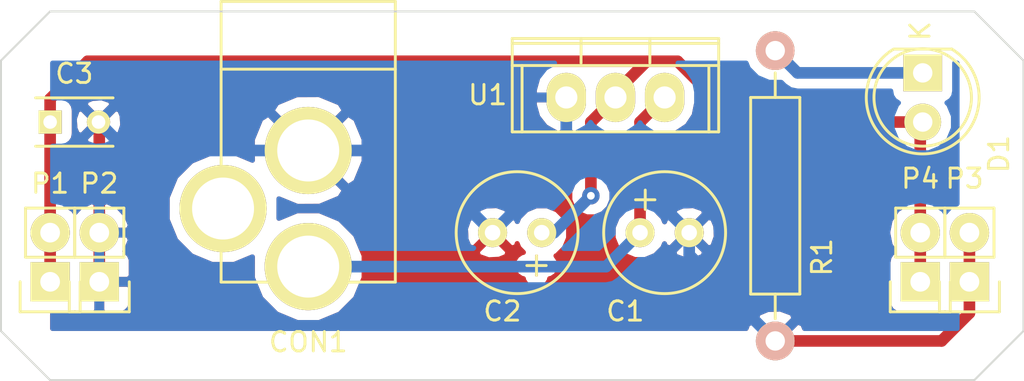
<source format=kicad_pcb>
(kicad_pcb (version 4) (host pcbnew "(2015-06-25 BZR 5821)-product")

  (general
    (links 19)
    (no_connects 0)
    (area 147.269999 74.879999 200.202001 94.030001)
    (thickness 1.6)
    (drawings 8)
    (tracks 45)
    (zones 0)
    (modules 11)
    (nets 5)
  )

  (page A4)
  (layers
    (0 F.Cu signal)
    (31 B.Cu signal)
    (32 B.Adhes user hide)
    (33 F.Adhes user hide)
    (34 B.Paste user hide)
    (35 F.Paste user hide)
    (36 B.SilkS user)
    (37 F.SilkS user)
    (38 B.Mask user)
    (39 F.Mask user)
    (40 Dwgs.User user hide)
    (41 Cmts.User user hide)
    (42 Eco1.User user hide)
    (43 Eco2.User user hide)
    (44 Edge.Cuts user)
    (45 Margin user hide)
    (46 B.CrtYd user)
    (47 F.CrtYd user)
    (48 B.Fab user)
    (49 F.Fab user)
  )

  (setup
    (last_trace_width 0.25)
    (trace_clearance 0.2)
    (zone_clearance 0.508)
    (zone_45_only no)
    (trace_min 0.2)
    (segment_width 0.2)
    (edge_width 0.1)
    (via_size 0.6)
    (via_drill 0.4)
    (via_min_size 0.4)
    (via_min_drill 0.3)
    (uvia_size 0.3)
    (uvia_drill 0.1)
    (uvias_allowed no)
    (uvia_min_size 0.2)
    (uvia_min_drill 0.1)
    (pcb_text_width 0.3)
    (pcb_text_size 1.5 1.5)
    (mod_edge_width 0.15)
    (mod_text_size 1 1)
    (mod_text_width 0.15)
    (pad_size 1.5 1.5)
    (pad_drill 0.6)
    (pad_to_mask_clearance 0)
    (aux_axis_origin 0 0)
    (visible_elements FFFFFF7F)
    (pcbplotparams
      (layerselection 0x010f0_80000001)
      (usegerberextensions false)
      (excludeedgelayer true)
      (linewidth 0.100000)
      (plotframeref false)
      (viasonmask false)
      (mode 1)
      (useauxorigin false)
      (hpglpennumber 1)
      (hpglpenspeed 20)
      (hpglpendiameter 15)
      (hpglpenoverlay 2)
      (psnegative false)
      (psa4output false)
      (plotreference true)
      (plotvalue true)
      (plotinvisibletext false)
      (padsonsilk false)
      (subtractmaskfromsilk false)
      (outputformat 1)
      (mirror false)
      (drillshape 0)
      (scaleselection 1)
      (outputdirectory fab/))
  )

  (net 0 "")
  (net 1 GND)
  (net 2 +5V)
  (net 3 +3V3)
  (net 4 "Net-(D1-Pad1)")

  (net_class Default "This is the default net class."
    (clearance 0.2)
    (trace_width 0.25)
    (via_dia 0.6)
    (via_drill 0.4)
    (uvia_dia 0.3)
    (uvia_drill 0.1)
  )

  (net_class power ""
    (clearance 0.3)
    (trace_width 0.6)
    (via_dia 0.9)
    (via_drill 0.4)
    (uvia_dia 0.3)
    (uvia_drill 0.1)
    (add_net +3V3)
    (add_net +5V)
    (add_net GND)
    (add_net "Net-(D1-Pad1)")
  )

  (module Capacitors_Elko_ThroughHole:Elko_vert_11.2x6.3mm_RM2.5 (layer F.Cu) (tedit 5454A15D) (tstamp 55FA9C9C)
    (at 180.34 86.36)
    (descr "Electrolytic Capacitor, vertical, diameter 6,3mm, RM 2,5mm, radial,")
    (tags "Electrolytic Capacitor, vertical, diameter 6,3mm, RM 2,5mm, Elko, Electrolytkondensator, Kondensator gepolt, Durchmesser 6,3mm, radial,")
    (path /55FA9D91)
    (fp_text reference C1 (at -0.762 4.064) (layer F.SilkS)
      (effects (font (size 1 1) (thickness 0.15)))
    )
    (fp_text value 10uf (at 0.254 5.842) (layer F.Fab)
      (effects (font (size 1 1) (thickness 0.15)))
    )
    (fp_line (start 0.26924 -2.19964) (end 0.26924 -1.19888) (layer F.SilkS) (width 0.15))
    (fp_line (start -0.23114 -1.69926) (end 0.76962 -1.69926) (layer F.SilkS) (width 0.15))
    (fp_line (start 0.26924 -1.69926) (end 0.76962 -1.69926) (layer F.Cu) (width 0.15))
    (fp_line (start 0.26924 -1.69926) (end 0.26924 -2.19964) (layer F.Cu) (width 0.15))
    (fp_line (start -0.23114 -1.69926) (end 0.26924 -1.69926) (layer F.Cu) (width 0.15))
    (fp_line (start 0.26924 -1.69926) (end 0.26924 -1.30048) (layer F.Cu) (width 0.15))
    (fp_line (start 0.26924 -1.30048) (end 0.26924 -1.19888) (layer F.Cu) (width 0.15))
    (fp_circle (center 1.27 0) (end 4.4196 0) (layer F.SilkS) (width 0.15))
    (pad 2 thru_hole circle (at 2.54 0) (size 1.50114 1.50114) (drill 0.8001) (layers *.Cu *.Mask F.SilkS)
      (net 1 GND))
    (pad 1 thru_hole circle (at 0 0) (size 1.50114 1.50114) (drill 0.8001) (layers *.Cu *.Mask F.SilkS)
      (net 2 +5V))
    (model Capacitors_Elko_ThroughHole.3dshapes/Elko_vert_11.2x6.3mm_RM2.5.wrl
      (at (xyz 0 0 0))
      (scale (xyz 1 1 1))
      (rotate (xyz 0 0 0))
    )
  )

  (module Capacitors_Elko_ThroughHole:Elko_vert_11.2x6.3mm_RM2.5 (layer F.Cu) (tedit 5454A15D) (tstamp 55FA9CA2)
    (at 175.26 86.36 180)
    (descr "Electrolytic Capacitor, vertical, diameter 6,3mm, RM 2,5mm, radial,")
    (tags "Electrolytic Capacitor, vertical, diameter 6,3mm, RM 2,5mm, Elko, Electrolytkondensator, Kondensator gepolt, Durchmesser 6,3mm, radial,")
    (path /55FA9D98)
    (fp_text reference C2 (at 2.032 -4.064 180) (layer F.SilkS)
      (effects (font (size 1 1) (thickness 0.15)))
    )
    (fp_text value 10uf (at 1.016 -5.842 180) (layer F.Fab)
      (effects (font (size 1 1) (thickness 0.15)))
    )
    (fp_line (start 0.26924 -2.19964) (end 0.26924 -1.19888) (layer F.SilkS) (width 0.15))
    (fp_line (start -0.23114 -1.69926) (end 0.76962 -1.69926) (layer F.SilkS) (width 0.15))
    (fp_line (start 0.26924 -1.69926) (end 0.76962 -1.69926) (layer F.Cu) (width 0.15))
    (fp_line (start 0.26924 -1.69926) (end 0.26924 -2.19964) (layer F.Cu) (width 0.15))
    (fp_line (start -0.23114 -1.69926) (end 0.26924 -1.69926) (layer F.Cu) (width 0.15))
    (fp_line (start 0.26924 -1.69926) (end 0.26924 -1.30048) (layer F.Cu) (width 0.15))
    (fp_line (start 0.26924 -1.30048) (end 0.26924 -1.19888) (layer F.Cu) (width 0.15))
    (fp_circle (center 1.27 0) (end 4.4196 0) (layer F.SilkS) (width 0.15))
    (pad 2 thru_hole circle (at 2.54 0 180) (size 1.50114 1.50114) (drill 0.8001) (layers *.Cu *.Mask F.SilkS)
      (net 1 GND))
    (pad 1 thru_hole circle (at 0 0 180) (size 1.50114 1.50114) (drill 0.8001) (layers *.Cu *.Mask F.SilkS)
      (net 3 +3V3))
    (model Capacitors_Elko_ThroughHole.3dshapes/Elko_vert_11.2x6.3mm_RM2.5.wrl
      (at (xyz 0 0 0))
      (scale (xyz 1 1 1))
      (rotate (xyz 0 0 0))
    )
  )

  (module Capacitors_ThroughHole:C_Rect_L4_W2.5_P2.5 (layer F.Cu) (tedit 0) (tstamp 55FA9CA8)
    (at 149.86 80.645)
    (descr "Film Capacitor Length 4mm x Width 2.5mm, Pitch 2.5mm")
    (tags Capacitor)
    (path /55FA9DAB)
    (fp_text reference C3 (at 1.25 -2.5) (layer F.SilkS)
      (effects (font (size 1 1) (thickness 0.15)))
    )
    (fp_text value 0.1uf (at 5.842 -0.635) (layer F.Fab)
      (effects (font (size 1 1) (thickness 0.15)))
    )
    (fp_line (start -1 -1.5) (end 3.5 -1.5) (layer F.CrtYd) (width 0.05))
    (fp_line (start 3.5 -1.5) (end 3.5 1.5) (layer F.CrtYd) (width 0.05))
    (fp_line (start 3.5 1.5) (end -1 1.5) (layer F.CrtYd) (width 0.05))
    (fp_line (start -1 1.5) (end -1 -1.5) (layer F.CrtYd) (width 0.05))
    (fp_line (start -0.75 -1.25) (end 3.25 -1.25) (layer F.SilkS) (width 0.15))
    (fp_line (start -0.75 1.25) (end 3.25 1.25) (layer F.SilkS) (width 0.15))
    (pad 1 thru_hole rect (at 0 0) (size 1.2 1.2) (drill 0.7) (layers *.Cu *.Mask F.SilkS)
      (net 3 +3V3))
    (pad 2 thru_hole circle (at 2.5 0) (size 1.2 1.2) (drill 0.7) (layers *.Cu *.Mask F.SilkS)
      (net 1 GND))
  )

  (module LEDs:LED-5MM (layer F.Cu) (tedit 5570F7EA) (tstamp 55FA9CB5)
    (at 194.945 78.105 270)
    (descr "LED 5mm round vertical")
    (tags "LED 5mm round vertical")
    (path /55FAAAAE)
    (fp_text reference D1 (at 4.191 -3.937 450) (layer F.SilkS)
      (effects (font (size 1 1) (thickness 0.15)))
    )
    (fp_text value LED (at 1.524 -3.937 270) (layer F.Fab)
      (effects (font (size 1 1) (thickness 0.15)))
    )
    (fp_line (start -1.5 -1.55) (end -1.5 1.55) (layer F.CrtYd) (width 0.05))
    (fp_arc (start 1.3 0) (end -1.5 1.55) (angle -302) (layer F.CrtYd) (width 0.05))
    (fp_arc (start 1.27 0) (end -1.23 -1.5) (angle 297.5) (layer F.SilkS) (width 0.15))
    (fp_line (start -1.23 1.5) (end -1.23 -1.5) (layer F.SilkS) (width 0.15))
    (fp_circle (center 1.27 0) (end 0.97 -2.5) (layer F.SilkS) (width 0.15))
    (fp_text user K (at -2.159 0.127 270) (layer F.SilkS)
      (effects (font (size 1 1) (thickness 0.15)))
    )
    (pad 1 thru_hole rect (at 0 0) (size 2 1.9) (drill 1.00076) (layers *.Cu *.Mask F.SilkS)
      (net 4 "Net-(D1-Pad1)"))
    (pad 2 thru_hole circle (at 2.54 0 270) (size 1.9 1.9) (drill 1.00076) (layers *.Cu *.Mask F.SilkS)
      (net 3 +3V3))
    (model LEDs.3dshapes/LED-5MM.wrl
      (at (xyz 0.05 0 0))
      (scale (xyz 1 1 1))
      (rotate (xyz 0 0 90))
    )
  )

  (module Pin_Headers:Pin_Header_Straight_1x02 (layer F.Cu) (tedit 55FEB7C2) (tstamp 55FA9CBB)
    (at 149.86 88.9 180)
    (descr "Through hole pin header")
    (tags "pin header")
    (path /55FAA8C5)
    (fp_text reference P1 (at 0 5.08 360) (layer F.SilkS)
      (effects (font (size 1 1) (thickness 0.15)))
    )
    (fp_text value + (at -0.254 -2.794 180) (layer F.Fab)
      (effects (font (size 1 1) (thickness 0.15)))
    )
    (fp_line (start 1.27 1.27) (end 1.27 3.81) (layer F.SilkS) (width 0.15))
    (fp_line (start 1.55 -1.55) (end 1.55 0) (layer F.SilkS) (width 0.15))
    (fp_line (start -1.75 -1.75) (end -1.75 4.3) (layer F.CrtYd) (width 0.05))
    (fp_line (start 1.75 -1.75) (end 1.75 4.3) (layer F.CrtYd) (width 0.05))
    (fp_line (start -1.75 -1.75) (end 1.75 -1.75) (layer F.CrtYd) (width 0.05))
    (fp_line (start -1.75 4.3) (end 1.75 4.3) (layer F.CrtYd) (width 0.05))
    (fp_line (start 1.27 1.27) (end -1.27 1.27) (layer F.SilkS) (width 0.15))
    (fp_line (start -1.55 0) (end -1.55 -1.55) (layer F.SilkS) (width 0.15))
    (fp_line (start -1.55 -1.55) (end 1.55 -1.55) (layer F.SilkS) (width 0.15))
    (fp_line (start -1.27 1.27) (end -1.27 3.81) (layer F.SilkS) (width 0.15))
    (fp_line (start -1.27 3.81) (end 1.27 3.81) (layer F.SilkS) (width 0.15))
    (pad 1 thru_hole rect (at 0 0 180) (size 2.032 2.032) (drill 1.016) (layers *.Cu *.Mask F.SilkS)
      (net 3 +3V3))
    (pad 2 thru_hole oval (at 0 2.54 180) (size 2.032 2.032) (drill 1.016) (layers *.Cu *.Mask F.SilkS)
      (net 3 +3V3))
    (model Pin_Headers.3dshapes/Pin_Header_Straight_1x02.wrl
      (at (xyz 0 -0.05 0))
      (scale (xyz 1 1 1))
      (rotate (xyz 0 0 90))
    )
  )

  (module Pin_Headers:Pin_Header_Straight_1x02 (layer F.Cu) (tedit 55FEB7BE) (tstamp 55FA9CC1)
    (at 152.4 88.9 180)
    (descr "Through hole pin header")
    (tags "pin header")
    (path /55FAAA47)
    (fp_text reference P2 (at 0 5.08 360) (layer F.SilkS)
      (effects (font (size 1 1) (thickness 0.15)))
    )
    (fp_text value - (at 0 -2.794 180) (layer F.Fab)
      (effects (font (size 1 1) (thickness 0.15)))
    )
    (fp_line (start 1.27 1.27) (end 1.27 3.81) (layer F.SilkS) (width 0.15))
    (fp_line (start 1.55 -1.55) (end 1.55 0) (layer F.SilkS) (width 0.15))
    (fp_line (start -1.75 -1.75) (end -1.75 4.3) (layer F.CrtYd) (width 0.05))
    (fp_line (start 1.75 -1.75) (end 1.75 4.3) (layer F.CrtYd) (width 0.05))
    (fp_line (start -1.75 -1.75) (end 1.75 -1.75) (layer F.CrtYd) (width 0.05))
    (fp_line (start -1.75 4.3) (end 1.75 4.3) (layer F.CrtYd) (width 0.05))
    (fp_line (start 1.27 1.27) (end -1.27 1.27) (layer F.SilkS) (width 0.15))
    (fp_line (start -1.55 0) (end -1.55 -1.55) (layer F.SilkS) (width 0.15))
    (fp_line (start -1.55 -1.55) (end 1.55 -1.55) (layer F.SilkS) (width 0.15))
    (fp_line (start -1.27 1.27) (end -1.27 3.81) (layer F.SilkS) (width 0.15))
    (fp_line (start -1.27 3.81) (end 1.27 3.81) (layer F.SilkS) (width 0.15))
    (pad 1 thru_hole rect (at 0 0 180) (size 2.032 2.032) (drill 1.016) (layers *.Cu *.Mask F.SilkS)
      (net 1 GND))
    (pad 2 thru_hole oval (at 0 2.54 180) (size 2.032 2.032) (drill 1.016) (layers *.Cu *.Mask F.SilkS)
      (net 1 GND))
    (model Pin_Headers.3dshapes/Pin_Header_Straight_1x02.wrl
      (at (xyz 0 -0.05 0))
      (scale (xyz 1 1 1))
      (rotate (xyz 0 0 90))
    )
  )

  (module Pin_Headers:Pin_Header_Straight_1x02 (layer F.Cu) (tedit 54EA090C) (tstamp 55FA9CC7)
    (at 197.358 88.9 180)
    (descr "Through hole pin header")
    (tags "pin header")
    (path /55FAA9C6)
    (fp_text reference P3 (at 0.254 5.334 180) (layer F.SilkS)
      (effects (font (size 1 1) (thickness 0.15)))
    )
    (fp_text value - (at 0 -3.1 180) (layer F.Fab)
      (effects (font (size 1 1) (thickness 0.15)))
    )
    (fp_line (start 1.27 1.27) (end 1.27 3.81) (layer F.SilkS) (width 0.15))
    (fp_line (start 1.55 -1.55) (end 1.55 0) (layer F.SilkS) (width 0.15))
    (fp_line (start -1.75 -1.75) (end -1.75 4.3) (layer F.CrtYd) (width 0.05))
    (fp_line (start 1.75 -1.75) (end 1.75 4.3) (layer F.CrtYd) (width 0.05))
    (fp_line (start -1.75 -1.75) (end 1.75 -1.75) (layer F.CrtYd) (width 0.05))
    (fp_line (start -1.75 4.3) (end 1.75 4.3) (layer F.CrtYd) (width 0.05))
    (fp_line (start 1.27 1.27) (end -1.27 1.27) (layer F.SilkS) (width 0.15))
    (fp_line (start -1.55 0) (end -1.55 -1.55) (layer F.SilkS) (width 0.15))
    (fp_line (start -1.55 -1.55) (end 1.55 -1.55) (layer F.SilkS) (width 0.15))
    (fp_line (start -1.27 1.27) (end -1.27 3.81) (layer F.SilkS) (width 0.15))
    (fp_line (start -1.27 3.81) (end 1.27 3.81) (layer F.SilkS) (width 0.15))
    (pad 1 thru_hole rect (at 0 0 180) (size 2.032 2.032) (drill 1.016) (layers *.Cu *.Mask F.SilkS)
      (net 1 GND))
    (pad 2 thru_hole oval (at 0 2.54 180) (size 2.032 2.032) (drill 1.016) (layers *.Cu *.Mask F.SilkS)
      (net 1 GND))
    (model Pin_Headers.3dshapes/Pin_Header_Straight_1x02.wrl
      (at (xyz 0 -0.05 0))
      (scale (xyz 1 1 1))
      (rotate (xyz 0 0 90))
    )
  )

  (module Pin_Headers:Pin_Header_Straight_1x02 (layer F.Cu) (tedit 54EA090C) (tstamp 55FA9CCD)
    (at 194.818 88.9 180)
    (descr "Through hole pin header")
    (tags "pin header")
    (path /55FAA618)
    (fp_text reference P4 (at 0 5.334 180) (layer F.SilkS)
      (effects (font (size 1 1) (thickness 0.15)))
    )
    (fp_text value + (at 0 -3.1 180) (layer F.Fab)
      (effects (font (size 1 1) (thickness 0.15)))
    )
    (fp_line (start 1.27 1.27) (end 1.27 3.81) (layer F.SilkS) (width 0.15))
    (fp_line (start 1.55 -1.55) (end 1.55 0) (layer F.SilkS) (width 0.15))
    (fp_line (start -1.75 -1.75) (end -1.75 4.3) (layer F.CrtYd) (width 0.05))
    (fp_line (start 1.75 -1.75) (end 1.75 4.3) (layer F.CrtYd) (width 0.05))
    (fp_line (start -1.75 -1.75) (end 1.75 -1.75) (layer F.CrtYd) (width 0.05))
    (fp_line (start -1.75 4.3) (end 1.75 4.3) (layer F.CrtYd) (width 0.05))
    (fp_line (start 1.27 1.27) (end -1.27 1.27) (layer F.SilkS) (width 0.15))
    (fp_line (start -1.55 0) (end -1.55 -1.55) (layer F.SilkS) (width 0.15))
    (fp_line (start -1.55 -1.55) (end 1.55 -1.55) (layer F.SilkS) (width 0.15))
    (fp_line (start -1.27 1.27) (end -1.27 3.81) (layer F.SilkS) (width 0.15))
    (fp_line (start -1.27 3.81) (end 1.27 3.81) (layer F.SilkS) (width 0.15))
    (pad 1 thru_hole rect (at 0 0 180) (size 2.032 2.032) (drill 1.016) (layers *.Cu *.Mask F.SilkS)
      (net 3 +3V3))
    (pad 2 thru_hole oval (at 0 2.54 180) (size 2.032 2.032) (drill 1.016) (layers *.Cu *.Mask F.SilkS)
      (net 3 +3V3))
    (model Pin_Headers.3dshapes/Pin_Header_Straight_1x02.wrl
      (at (xyz 0 -0.05 0))
      (scale (xyz 1 1 1))
      (rotate (xyz 0 0 90))
    )
  )

  (module Resistors_ThroughHole:Resistor_Horizontal_RM15mm (layer F.Cu) (tedit 53F56292) (tstamp 55FA9CD3)
    (at 187.325 84.455 270)
    (descr "Resistor, Axial, RM 15mm,")
    (tags "Resistor, Axial, RM 15mm,")
    (path /55FAABD6)
    (fp_text reference R1 (at 3.175 -2.413 270) (layer F.SilkS)
      (effects (font (size 1 1) (thickness 0.15)))
    )
    (fp_text value 200R (at -0.127 -2.413 270) (layer F.Fab)
      (effects (font (size 1 1) (thickness 0.15)))
    )
    (fp_line (start -5.08 -1.27) (end -5.08 1.27) (layer F.SilkS) (width 0.15))
    (fp_line (start -5.08 1.27) (end 5.08 1.27) (layer F.SilkS) (width 0.15))
    (fp_line (start 5.08 1.27) (end 5.08 -1.27) (layer F.SilkS) (width 0.15))
    (fp_line (start 5.08 -1.27) (end -5.08 -1.27) (layer F.SilkS) (width 0.15))
    (fp_line (start 6.35 0) (end 5.08 0) (layer F.SilkS) (width 0.15))
    (fp_line (start -6.35 0) (end -5.08 0) (layer F.SilkS) (width 0.15))
    (pad 1 thru_hole circle (at -7.5 0 270) (size 1.99898 1.99898) (drill 1.00076) (layers *.Cu *.SilkS *.Mask)
      (net 4 "Net-(D1-Pad1)"))
    (pad 2 thru_hole circle (at 7.5 0 270) (size 1.99898 1.99898) (drill 1.00076) (layers *.Cu *.SilkS *.Mask)
      (net 1 GND))
    (model Resistors_ThroughHole.3dshapes/Resistor_Horizontal_RM15mm.wrl
      (at (xyz 0 0 0))
      (scale (xyz 0.4 0.4 0.4))
      (rotate (xyz 0 0 0))
    )
  )

  (module Power_Integrations:TO-220 (layer F.Cu) (tedit 0) (tstamp 55FA9CDA)
    (at 179.07 79.375)
    (descr "Non Isolated JEDEC TO-220 Package")
    (tags "Power Integration YN Package")
    (path /55FA9D64)
    (fp_text reference U1 (at -6.604 -0.127) (layer F.SilkS)
      (effects (font (size 1 1) (thickness 0.15)))
    )
    (fp_text value AP1117D33 (at 0 2.921) (layer F.Fab)
      (effects (font (size 1 1) (thickness 0.15)))
    )
    (fp_line (start 4.826 -1.651) (end 4.826 1.778) (layer F.SilkS) (width 0.15))
    (fp_line (start -4.826 -1.651) (end -4.826 1.778) (layer F.SilkS) (width 0.15))
    (fp_line (start 5.334 -2.794) (end -5.334 -2.794) (layer F.SilkS) (width 0.15))
    (fp_line (start 1.778 -1.778) (end 1.778 -3.048) (layer F.SilkS) (width 0.15))
    (fp_line (start -1.778 -1.778) (end -1.778 -3.048) (layer F.SilkS) (width 0.15))
    (fp_line (start -5.334 -1.651) (end 5.334 -1.651) (layer F.SilkS) (width 0.15))
    (fp_line (start 5.334 1.778) (end -5.334 1.778) (layer F.SilkS) (width 0.15))
    (fp_line (start -5.334 -3.048) (end -5.334 1.778) (layer F.SilkS) (width 0.15))
    (fp_line (start 5.334 -3.048) (end 5.334 1.778) (layer F.SilkS) (width 0.15))
    (fp_line (start 5.334 -3.048) (end -5.334 -3.048) (layer F.SilkS) (width 0.15))
    (pad 2 thru_hole oval (at 0 0) (size 2.032 2.54) (drill 1.143) (layers *.Cu *.Mask F.SilkS)
      (net 3 +3V3))
    (pad 3 thru_hole oval (at 2.54 0) (size 2.032 2.54) (drill 1.143) (layers *.Cu *.Mask F.SilkS)
      (net 2 +5V))
    (pad 1 thru_hole oval (at -2.54 0) (size 2.032 2.54) (drill 1.143) (layers *.Cu *.Mask F.SilkS)
      (net 1 GND))
  )

  (module matt:BARREL_JACK (layer F.Cu) (tedit 55FAA574) (tstamp 55FAA5E8)
    (at 163.195 81.915 270)
    (descr "DC Barrel Jack")
    (tags "Power Jack")
    (path /55FAA4F6)
    (fp_text reference CON1 (at 10.09904 0 360) (layer F.SilkS)
      (effects (font (size 1 1) (thickness 0.15)))
    )
    (fp_text value BARREL_JACK (at 0.635 -5.715 270) (layer F.Fab)
      (effects (font (size 1 1) (thickness 0.15)))
    )
    (fp_line (start -4.0005 -4.50088) (end -4.0005 4.50088) (layer F.SilkS) (width 0.15))
    (fp_line (start -7.50062 -4.50088) (end -7.50062 4.50088) (layer F.SilkS) (width 0.15))
    (fp_line (start -7.50062 4.50088) (end 7.00024 4.50088) (layer F.SilkS) (width 0.15))
    (fp_line (start 7.00024 4.50088) (end 7.00024 -4.50088) (layer F.SilkS) (width 0.15))
    (fp_line (start 7.00024 -4.50088) (end -7.50062 -4.50088) (layer F.SilkS) (width 0.15))
    (pad 3 thru_hole circle (at 3.2 4.4 270) (size 4.5 4.5) (drill 3.2) (layers *.Cu *.Mask F.SilkS))
    (pad 2 thru_hole circle (at 0.2 0 270) (size 4.5 4.5) (drill 3.2) (layers *.Cu *.Mask F.SilkS)
      (net 1 GND))
    (pad 1 thru_hole circle (at 6.2 0 270) (size 4.5 4.5) (drill 3.2) (layers *.Cu *.Mask F.SilkS)
      (net 2 +5V))
  )

  (gr_line (start 149.86 93.98) (end 147.32 91.44) (layer Edge.Cuts) (width 0.1))
  (gr_line (start 197.612 93.98) (end 149.86 93.98) (layer Edge.Cuts) (width 0.1))
  (gr_line (start 200.152 91.44) (end 197.612 93.98) (layer Edge.Cuts) (width 0.1))
  (gr_line (start 200.152 77.47) (end 200.152 91.44) (layer Edge.Cuts) (width 0.1))
  (gr_line (start 197.612 74.93) (end 200.152 77.47) (layer Edge.Cuts) (width 0.1))
  (gr_line (start 149.86 74.93) (end 197.612 74.93) (layer Edge.Cuts) (width 0.1))
  (gr_line (start 147.32 77.47) (end 149.86 74.93) (layer Edge.Cuts) (width 0.1))
  (gr_line (start 147.32 91.44) (end 147.32 77.47) (layer Edge.Cuts) (width 0.1))

  (segment (start 147.32 91.44) (end 147.32 90.17) (width 0.25) (layer Edge.Cuts) (net 0))
  (segment (start 152.4 86.36) (end 152.4 80.685) (width 0.6) (layer F.Cu) (net 1))
  (segment (start 152.4 80.685) (end 152.36 80.645) (width 0.6) (layer F.Cu) (net 1))
  (segment (start 152.4 86.36) (end 152.4 88.9) (width 0.6) (layer F.Cu) (net 1))
  (segment (start 197.358 88.9) (end 197.358 90.516) (width 0.6) (layer F.Cu) (net 1))
  (segment (start 197.358 90.516) (end 195.919 91.955) (width 0.6) (layer F.Cu) (net 1))
  (segment (start 195.919 91.955) (end 187.325 91.955) (width 0.6) (layer F.Cu) (net 1))
  (segment (start 197.358 86.36) (end 197.358 88.9) (width 0.6) (layer F.Cu) (net 1))
  (segment (start 182.88 86.36) (end 179.07 82.55) (width 0.6) (layer B.Cu) (net 1))
  (segment (start 179.07 82.55) (end 176.53 82.55) (width 0.6) (layer B.Cu) (net 1))
  (segment (start 176.53 79.375) (end 176.53 82.55) (width 0.6) (layer B.Cu) (net 1))
  (segment (start 176.53 82.55) (end 172.72 86.36) (width 0.6) (layer B.Cu) (net 1))
  (segment (start 163.195 82.11566) (end 168.47566 82.11566) (width 0.6) (layer B.Cu) (net 1))
  (segment (start 168.47566 82.11566) (end 172.72 86.36) (width 0.6) (layer B.Cu) (net 1))
  (segment (start 163.195 82.11566) (end 153.83066 82.11566) (width 0.6) (layer B.Cu) (net 1))
  (segment (start 153.83066 82.11566) (end 152.36 80.645) (width 0.6) (layer B.Cu) (net 1))
  (segment (start 187.325 91.955) (end 182.88 87.51) (width 0.6) (layer B.Cu) (net 1))
  (segment (start 182.88 87.51) (end 182.88 86.36) (width 0.6) (layer B.Cu) (net 1))
  (segment (start 152.4 80.685) (end 152.36 80.645) (width 0.6) (layer B.Cu) (net 1))
  (segment (start 180.34 86.36) (end 180.34 80.645) (width 0.6) (layer F.Cu) (net 2))
  (segment (start 180.34 80.645) (end 181.61 79.375) (width 0.6) (layer F.Cu) (net 2))
  (segment (start 180.34 86.36) (end 178.58486 88.11514) (width 0.6) (layer B.Cu) (net 2))
  (segment (start 178.58486 88.11514) (end 163.195 88.11514) (width 0.6) (layer B.Cu) (net 2))
  (segment (start 149.86 80.645) (end 149.86 79.445) (width 0.6) (layer F.Cu) (net 3))
  (segment (start 149.86 79.445) (end 151.80001 77.50499) (width 0.6) (layer F.Cu) (net 3))
  (segment (start 151.80001 77.50499) (end 180.68601 77.50499) (width 0.6) (layer F.Cu) (net 3))
  (segment (start 194.945 80.645) (end 185.419383 80.645) (width 0.6) (layer F.Cu) (net 3))
  (segment (start 185.419383 80.645) (end 182.279373 77.50499) (width 0.6) (layer F.Cu) (net 3))
  (segment (start 182.279373 77.50499) (end 180.68601 77.50499) (width 0.6) (layer F.Cu) (net 3))
  (segment (start 180.68601 77.50499) (end 179.07 79.121) (width 0.6) (layer F.Cu) (net 3))
  (segment (start 179.07 79.121) (end 179.07 79.375) (width 0.6) (layer F.Cu) (net 3))
  (segment (start 149.86 86.36) (end 149.86 80.645) (width 0.6) (layer F.Cu) (net 3))
  (segment (start 149.86 86.36) (end 149.86 88.9) (width 0.6) (layer F.Cu) (net 3))
  (segment (start 194.818 86.36) (end 194.818 80.772) (width 0.6) (layer F.Cu) (net 3))
  (segment (start 194.818 80.772) (end 194.945 80.645) (width 0.6) (layer F.Cu) (net 3))
  (segment (start 194.818 88.9) (end 194.818 86.36) (width 0.6) (layer F.Cu) (net 3))
  (segment (start 194.945 86.2965) (end 194.8815 86.36) (width 0.6) (layer B.Cu) (net 3))
  (segment (start 179.07 79.629) (end 179.07 79.375) (width 0.6) (layer B.Cu) (net 3))
  (segment (start 177.8 84.455) (end 177.8 80.645) (width 0.6) (layer F.Cu) (net 3))
  (segment (start 177.8 80.645) (end 179.07 79.375) (width 0.6) (layer F.Cu) (net 3))
  (segment (start 175.26 86.36) (end 175.895 86.36) (width 0.6) (layer B.Cu) (net 3))
  (segment (start 175.895 86.36) (end 177.8 84.455) (width 0.6) (layer B.Cu) (net 3))
  (via (at 177.8 84.455) (size 0.9) (drill 0.4) (layers F.Cu B.Cu) (net 3))
  (segment (start 194.945 78.105) (end 188.475 78.105) (width 0.6) (layer B.Cu) (net 4))
  (segment (start 188.475 78.105) (end 187.325 76.955) (width 0.6) (layer B.Cu) (net 4))

  (zone (net 1) (net_name GND) (layer F.Cu) (tstamp 0) (hatch edge 0.508)
    (connect_pads (clearance 0.508))
    (min_thickness 0.254)
    (fill yes (arc_segments 16) (thermal_gap 0.508) (thermal_bridge_width 0.508))
    (polygon
      (pts
        (xy 149.86 77.47) (xy 196.85 77.47) (xy 196.85 91.44) (xy 149.86 91.44)
      )
    )
    (filled_polygon
      (pts
        (xy 174.879 78.994) (xy 174.879 79.248) (xy 176.403 79.248) (xy 176.403 79.228) (xy 176.657 79.228)
        (xy 176.657 79.248) (xy 176.677 79.248) (xy 176.677 79.502) (xy 176.657 79.502) (xy 176.657 81.115836)
        (xy 176.865 81.212658) (xy 176.865 83.877448) (xy 176.715189 84.238233) (xy 176.714812 84.669873) (xy 176.879646 85.0688)
        (xy 177.184595 85.374282) (xy 177.583233 85.539811) (xy 178.014873 85.540188) (xy 178.4138 85.375354) (xy 178.719282 85.070405)
        (xy 178.884811 84.671767) (xy 178.885188 84.240127) (xy 178.735 83.876646) (xy 178.735 81.250685) (xy 179.07 81.317321)
        (xy 179.405 81.250685) (xy 179.405 84.629872) (xy 179.39886 84.66074) (xy 179.405 84.691608) (xy 179.405 85.335586)
        (xy 179.166056 85.574113) (xy 178.954671 86.083184) (xy 178.95419 86.634398) (xy 179.164686 87.143837) (xy 179.554113 87.533944)
        (xy 180.063184 87.745329) (xy 180.614398 87.74581) (xy 181.123837 87.535314) (xy 181.327576 87.33193) (xy 182.087675 87.33193)
        (xy 182.155735 87.572931) (xy 182.675034 87.757767) (xy 183.225538 87.729805) (xy 183.604265 87.572931) (xy 183.672325 87.33193)
        (xy 182.88 86.539605) (xy 182.087675 87.33193) (xy 181.327576 87.33193) (xy 181.513944 87.145887) (xy 181.603379 86.930504)
        (xy 181.667069 87.084265) (xy 181.90807 87.152325) (xy 182.700395 86.36) (xy 183.059605 86.36) (xy 183.85193 87.152325)
        (xy 184.092931 87.084265) (xy 184.277767 86.564966) (xy 184.249805 86.014462) (xy 184.092931 85.635735) (xy 183.85193 85.567675)
        (xy 183.059605 86.36) (xy 182.700395 86.36) (xy 182.700395 86.36) (xy 181.90807 85.567675) (xy 181.667069 85.635735)
        (xy 181.608231 85.80104) (xy 181.515314 85.576163) (xy 181.282978 85.343421) (xy 181.284462 85.335962) (xy 181.381325 85.316694)
        (xy 181.611666 85.162786) (xy 181.726986 84.990195) (xy 182.534462 84.990195) (xy 182.155735 85.147069) (xy 182.087675 85.38807)
        (xy 182.88 86.180395) (xy 183.672325 85.38807) (xy 183.604265 85.147069) (xy 183.084966 84.962233) (xy 182.534462 84.990195)
        (xy 181.726986 84.990195) (xy 181.765574 84.932445) (xy 181.81962 84.66074) (xy 181.765574 84.389035) (xy 181.611666 84.158694)
        (xy 181.381325 84.004786) (xy 181.284462 83.985518) (xy 181.275 83.937953) (xy 181.275 81.250685) (xy 181.61 81.317321)
        (xy 182.24181 81.191646) (xy 182.777433 80.833754) (xy 183.135325 80.298131) (xy 183.237343 79.78525) (xy 184.758238 81.306145)
        (xy 185.061574 81.508827) (xy 185.419383 81.58) (xy 193.638795 81.58) (xy 193.883 81.824632) (xy 193.883 85.015648)
        (xy 193.618222 85.192567) (xy 193.26033 85.72819) (xy 193.134655 86.36) (xy 193.26033 86.99181) (xy 193.487169 87.331299)
        (xy 193.347073 87.423327) (xy 193.204623 87.63436) (xy 193.15456 87.884) (xy 193.15456 89.916) (xy 193.201537 90.158123)
        (xy 193.341327 90.370927) (xy 193.55236 90.513377) (xy 193.802 90.56344) (xy 195.834 90.56344) (xy 196.076123 90.516463)
        (xy 196.097852 90.502189) (xy 196.215691 90.551) (xy 196.723 90.551) (xy 196.723 91.313) (xy 188.840045 91.313)
        (xy 188.743965 91.081042) (xy 188.477163 90.982443) (xy 188.146606 91.313) (xy 187.787395 91.313) (xy 188.297557 90.802837)
        (xy 188.198958 90.536035) (xy 187.589418 90.309599) (xy 186.939623 90.333659) (xy 186.451042 90.536035) (xy 186.352443 90.802837)
        (xy 186.862605 91.313) (xy 186.503394 91.313) (xy 186.172837 90.982443) (xy 185.906035 91.081042) (xy 185.819866 91.313)
        (xy 149.987 91.313) (xy 149.987 90.56344) (xy 150.876 90.56344) (xy 151.118123 90.516463) (xy 151.139852 90.502189)
        (xy 151.257691 90.551) (xy 152.11425 90.551) (xy 152.273 90.39225) (xy 152.273 89.027) (xy 152.527 89.027)
        (xy 152.527 90.39225) (xy 152.68575 90.551) (xy 153.542309 90.551) (xy 153.775698 90.454327) (xy 153.954327 90.275699)
        (xy 154.051 90.04231) (xy 154.051 89.18575) (xy 153.89225 89.027) (xy 152.527 89.027) (xy 152.273 89.027)
        (xy 152.273 89.027) (xy 152.253 89.027) (xy 152.253 88.773) (xy 152.273 88.773) (xy 152.273 86.487)
        (xy 152.527 86.487) (xy 152.527 88.773) (xy 153.89225 88.773) (xy 154.051 88.61425) (xy 154.051 87.75769)
        (xy 153.954327 87.524301) (xy 153.775698 87.345673) (xy 153.716904 87.32132) (xy 153.806385 87.224818) (xy 154.005975 86.742944)
        (xy 153.886836 86.487) (xy 152.527 86.487) (xy 152.273 86.487) (xy 152.273 86.487) (xy 152.253 86.487)
        (xy 152.253 86.233) (xy 152.273 86.233) (xy 152.273 84.872633) (xy 152.527 84.872633) (xy 152.527 86.233)
        (xy 153.886836 86.233) (xy 154.005975 85.977056) (xy 153.806385 85.495182) (xy 153.368379 85.022812) (xy 152.782946 84.754017)
        (xy 152.527 84.872633) (xy 152.273 84.872633) (xy 152.273 84.872633) (xy 152.017054 84.754017) (xy 151.431621 85.022812)
        (xy 151.149586 85.326974) (xy 151.059778 85.192567) (xy 150.795 85.015648) (xy 150.795 82.229501) (xy 158.223656 82.229501)
        (xy 157.162914 82.66779) (xy 156.350643 83.478645) (xy 155.910502 84.53862) (xy 155.909501 85.686344) (xy 156.34779 86.747086)
        (xy 157.158645 87.559357) (xy 158.21862 87.999498) (xy 159.366344 88.000499) (xy 160.310439 87.610407) (xy 160.309501 88.686344)
        (xy 160.74779 89.747086) (xy 161.558645 90.559357) (xy 162.61862 90.999498) (xy 163.766344 91.000499) (xy 164.827086 90.56221)
        (xy 165.639357 89.751355) (xy 166.079498 88.69138) (xy 166.080286 87.787555) (xy 173.834426 87.787555) (xy 173.78038 88.05926)
        (xy 173.834426 88.330965) (xy 173.988334 88.561306) (xy 174.218675 88.715214) (xy 174.315538 88.734482) (xy 174.334806 88.831345)
        (xy 174.488714 89.061686) (xy 174.719055 89.215594) (xy 174.99076 89.26964) (xy 175.262465 89.215594) (xy 175.492806 89.061686)
        (xy 175.646714 88.831345) (xy 175.665982 88.734482) (xy 175.762845 88.715214) (xy 175.993186 88.561306) (xy 176.147094 88.330965)
        (xy 176.20114 88.05926) (xy 176.147094 87.787555) (xy 175.993186 87.557214) (xy 175.992288 87.556614) (xy 176.043837 87.535314)
        (xy 176.433944 87.145887) (xy 176.645329 86.636816) (xy 176.64581 86.085602) (xy 176.435314 85.576163) (xy 176.045887 85.186056)
        (xy 175.536816 84.974671) (xy 174.985602 84.97419) (xy 174.476163 85.184686) (xy 173.454889 85.184686) (xy 173.444265 85.147069)
        (xy 172.924966 84.962233) (xy 172.374462 84.990195) (xy 171.995735 85.147069) (xy 171.927675 85.38807) (xy 172.72 86.180395)
        (xy 173.512325 85.38807) (xy 173.454889 85.184686) (xy 174.476163 85.184686) (xy 173.454889 85.184686) (xy 173.454889 85.184686)
        (xy 174.476163 85.184686) (xy 174.086056 85.574113) (xy 173.996621 85.789496) (xy 173.932931 85.635735) (xy 173.69193 85.567675)
        (xy 172.899605 86.36) (xy 172.540395 86.36) (xy 172.540395 86.36) (xy 171.74807 85.567675) (xy 171.507069 85.635735)
        (xy 171.322233 86.155034) (xy 171.350195 86.705538) (xy 171.507069 87.084265) (xy 171.74807 87.152325) (xy 172.540395 86.36)
        (xy 172.899605 86.36) (xy 172.540395 86.36) (xy 172.540395 86.36) (xy 172.899605 86.36) (xy 173.69193 87.152325)
        (xy 173.33272 87.152325) (xy 172.72 86.539605) (xy 171.927675 87.33193) (xy 171.995735 87.572931) (xy 172.515034 87.757767)
        (xy 173.065538 87.729805) (xy 173.444265 87.572931) (xy 173.512325 87.33193) (xy 173.33272 87.152325) (xy 173.69193 87.152325)
        (xy 173.33272 87.152325) (xy 173.33272 87.152325) (xy 173.69193 87.152325) (xy 173.932931 87.084265) (xy 173.991769 86.91896)
        (xy 174.084686 87.143837) (xy 174.317022 87.376579) (xy 174.315538 87.384038) (xy 174.218675 87.403306) (xy 173.988334 87.557214)
        (xy 173.834426 87.787555) (xy 166.080286 87.787555) (xy 166.080499 87.543656) (xy 165.64221 86.482914) (xy 164.831355 85.670643)
        (xy 163.77138 85.230502) (xy 162.623656 85.229501) (xy 161.679561 85.619593) (xy 161.680439 84.612255) (xy 162.632446 85.002227)
        (xy 163.780162 84.99773) (xy 164.819625 84.567169) (xy 165.070862 84.170467) (xy 163.195 82.294605) (xy 163.180858 82.308748)
        (xy 163.001253 82.129143) (xy 163.015395 82.115) (xy 163.374605 82.115) (xy 165.250467 83.990862) (xy 165.647169 83.739625)
        (xy 166.082227 82.677554) (xy 166.07773 81.529838) (xy 165.647169 80.490375) (xy 165.250467 80.239138) (xy 163.374605 82.115)
        (xy 163.015395 82.115) (xy 163.015395 82.115) (xy 161.139533 80.239138) (xy 160.742831 80.490375) (xy 153.587797 80.490375)
        (xy 153.577482 80.323587) (xy 153.448164 80.011383) (xy 153.222735 79.96187) (xy 152.539605 80.645) (xy 153.222735 81.32813)
        (xy 153.448164 81.278617) (xy 153.607807 80.813964) (xy 153.587797 80.490375) (xy 160.742831 80.490375) (xy 153.587797 80.490375)
        (xy 153.587797 80.490375) (xy 160.742831 80.490375) (xy 160.307773 81.552446) (xy 153.033309 81.552446) (xy 153.04313 81.507735)
        (xy 152.36 80.824605) (xy 151.67687 81.507735) (xy 151.726383 81.733164) (xy 152.191036 81.892807) (xy 152.681413 81.862482)
        (xy 152.993617 81.733164) (xy 153.033309 81.552446) (xy 160.307773 81.552446) (xy 153.033309 81.552446) (xy 153.033309 81.552446)
        (xy 160.307773 81.552446) (xy 160.31196 82.621066) (xy 159.37138 82.230502) (xy 158.223656 82.229501) (xy 150.795 82.229501)
        (xy 150.795 81.784453) (xy 150.914927 81.705673) (xy 151.057377 81.49464) (xy 151.10744 81.245) (xy 151.10744 80.045)
        (xy 151.100918 80.011383) (xy 151.271836 80.011383) (xy 151.112193 80.476036) (xy 151.142518 80.966413) (xy 151.271836 81.278617)
        (xy 151.497265 81.32813) (xy 152.180395 80.645) (xy 151.497265 79.96187) (xy 151.271836 80.011383) (xy 151.100918 80.011383)
        (xy 151.060463 79.802877) (xy 150.966878 79.660412) (xy 151.199772 79.427518) (xy 152.038587 79.427518) (xy 151.726383 79.556836)
        (xy 151.67687 79.782265) (xy 152.36 80.465395) (xy 153.04313 79.782265) (xy 152.993617 79.556836) (xy 152.528964 79.397193)
        (xy 152.038587 79.427518) (xy 151.199772 79.427518) (xy 151.39502 79.23227) (xy 162.609838 79.23227) (xy 161.570375 79.662831)
        (xy 161.319138 80.059533) (xy 163.195 81.935395) (xy 165.070862 80.059533) (xy 164.819625 79.662831) (xy 164.427002 79.502)
        (xy 174.879 79.502) (xy 174.879 79.756) (xy 175.053276 80.378143) (xy 175.45237 80.886236) (xy 176.015523 81.202926)
        (xy 176.147056 81.234975) (xy 176.403 81.115836) (xy 176.403 79.502) (xy 174.879 79.502) (xy 164.427002 79.502)
        (xy 163.757554 79.227773) (xy 162.609838 79.23227) (xy 151.39502 79.23227) (xy 152.1873 78.43999) (xy 175.03419 78.43999)
        (xy 174.879 78.994)
      )
    )
  )
  (zone (net 1) (net_name GND) (layer B.Cu) (tstamp 0) (hatch edge 0.508)
    (connect_pads (clearance 0.508))
    (min_thickness 0.254)
    (fill yes (arc_segments 16) (thermal_gap 0.508) (thermal_bridge_width 0.508))
    (polygon
      (pts
        (xy 149.86 77.47) (xy 196.85 77.47) (xy 196.85 91.44) (xy 149.86 91.44)
      )
    )
    (filled_polygon
      (pts
        (xy 175.45237 77.863764) (xy 175.053276 78.371857) (xy 174.879 78.994) (xy 174.879 79.248) (xy 176.403 79.248)
        (xy 176.403 79.228) (xy 176.657 79.228) (xy 176.657 79.248) (xy 176.677 79.248) (xy 176.677 79.502)
        (xy 176.657 79.502) (xy 176.657 81.115836) (xy 176.912944 81.234975) (xy 177.044477 81.202926) (xy 177.60763 80.886236)
        (xy 177.785946 80.659219) (xy 177.902567 80.833754) (xy 178.43819 81.191646) (xy 179.07 81.317321) (xy 179.70181 81.191646)
        (xy 180.237433 80.833754) (xy 180.34 80.680252) (xy 180.442567 80.833754) (xy 180.97819 81.191646) (xy 181.61 81.317321)
        (xy 182.24181 81.191646) (xy 182.777433 80.833754) (xy 183.135325 80.298131) (xy 183.261 79.666321) (xy 183.261 79.083679)
        (xy 183.135325 78.451869) (xy 182.777433 77.916246) (xy 182.299648 77.597) (xy 185.821747 77.597) (xy 185.938538 77.879655)
        (xy 186.397927 78.339846) (xy 186.998453 78.589206) (xy 187.637474 78.589764) (xy 187.813855 78.766145) (xy 188.117191 78.968827)
        (xy 188.176556 78.980636) (xy 188.475 79.040001) (xy 188.475005 79.04) (xy 193.29756 79.04) (xy 193.29756 79.055)
        (xy 193.344537 79.297123) (xy 193.484327 79.509927) (xy 193.69536 79.652377) (xy 193.695784 79.652462) (xy 193.602086 79.745997)
        (xy 193.360276 80.328341) (xy 193.359725 80.958893) (xy 193.600519 81.541657) (xy 194.045997 81.987914) (xy 194.628341 82.229724)
        (xy 195.258893 82.230275) (xy 195.841657 81.989481) (xy 196.287914 81.544003) (xy 196.529724 80.961659) (xy 196.530275 80.331107)
        (xy 196.289481 79.748343) (xy 196.192945 79.651638) (xy 196.399927 79.515673) (xy 196.542377 79.30464) (xy 196.59244 79.055)
        (xy 196.59244 77.597) (xy 196.723 77.597) (xy 196.723 84.869745) (xy 196.389621 85.022812) (xy 196.107586 85.326974)
        (xy 196.017778 85.192567) (xy 195.482155 84.834675) (xy 194.850345 84.709) (xy 194.785655 84.709) (xy 194.153845 84.834675)
        (xy 193.618222 85.192567) (xy 193.26033 85.72819) (xy 193.134655 86.36) (xy 193.26033 86.99181) (xy 193.487169 87.331299)
        (xy 193.347073 87.423327) (xy 193.204623 87.63436) (xy 193.15456 87.884) (xy 193.15456 89.916) (xy 193.201537 90.158123)
        (xy 193.341327 90.370927) (xy 193.55236 90.513377) (xy 193.802 90.56344) (xy 195.834 90.56344) (xy 196.076123 90.516463)
        (xy 196.097852 90.502189) (xy 196.215691 90.551) (xy 196.723 90.551) (xy 196.723 91.313) (xy 188.840045 91.313)
        (xy 188.743965 91.081042) (xy 188.477163 90.982443) (xy 188.146606 91.313) (xy 187.787395 91.313) (xy 188.297557 90.802837)
        (xy 188.198958 90.536035) (xy 187.589418 90.309599) (xy 186.939623 90.333659) (xy 186.451042 90.536035) (xy 186.352443 90.802837)
        (xy 186.862605 91.313) (xy 186.503394 91.313) (xy 186.172837 90.982443) (xy 185.906035 91.081042) (xy 185.819866 91.313)
        (xy 149.987 91.313) (xy 149.987 90.56344) (xy 150.876 90.56344) (xy 151.118123 90.516463) (xy 151.139852 90.502189)
        (xy 151.257691 90.551) (xy 152.11425 90.551) (xy 152.273 90.39225) (xy 152.273 89.027) (xy 152.527 89.027)
        (xy 152.527 90.39225) (xy 152.68575 90.551) (xy 153.542309 90.551) (xy 153.775698 90.454327) (xy 153.954327 90.275699)
        (xy 154.051 90.04231) (xy 154.051 89.18575) (xy 153.89225 89.027) (xy 152.527 89.027) (xy 152.273 89.027)
        (xy 152.273 89.027) (xy 152.253 89.027) (xy 152.253 88.773) (xy 152.273 88.773) (xy 152.273 86.487)
        (xy 152.527 86.487) (xy 152.527 88.773) (xy 153.89225 88.773) (xy 154.051 88.61425) (xy 154.051 87.75769)
        (xy 153.954327 87.524301) (xy 153.775698 87.345673) (xy 153.716904 87.32132) (xy 153.806385 87.224818) (xy 154.005975 86.742944)
        (xy 153.886836 86.487) (xy 152.527 86.487) (xy 152.273 86.487) (xy 152.273 86.487) (xy 152.253 86.487)
        (xy 152.253 86.233) (xy 152.273 86.233) (xy 152.273 84.872633) (xy 152.527 84.872633) (xy 152.527 86.233)
        (xy 153.886836 86.233) (xy 154.005975 85.977056) (xy 153.806385 85.495182) (xy 153.368379 85.022812) (xy 152.782946 84.754017)
        (xy 152.527 84.872633) (xy 152.273 84.872633) (xy 152.273 84.872633) (xy 152.017054 84.754017) (xy 151.431621 85.022812)
        (xy 151.149586 85.326974) (xy 151.059778 85.192567) (xy 150.524155 84.834675) (xy 149.987 84.727828) (xy 149.987 82.229501)
        (xy 158.223656 82.229501) (xy 157.162914 82.66779) (xy 156.350643 83.478645) (xy 155.910502 84.53862) (xy 155.909501 85.686344)
        (xy 156.34779 86.747086) (xy 157.158645 87.559357) (xy 158.21862 87.999498) (xy 159.366344 88.000499) (xy 160.310439 87.610407)
        (xy 160.309501 88.686344) (xy 160.74779 89.747086) (xy 161.558645 90.559357) (xy 162.61862 90.999498) (xy 163.766344 91.000499)
        (xy 164.827086 90.56221) (xy 165.639357 89.751355) (xy 165.930528 89.05014) (xy 178.58486 89.05014) (xy 178.942669 88.978967)
        (xy 179.246005 88.776285) (xy 180.276775 87.745515) (xy 180.614398 87.74581) (xy 181.123837 87.535314) (xy 181.327576 87.33193)
        (xy 182.087675 87.33193) (xy 182.155735 87.572931) (xy 182.675034 87.757767) (xy 183.225538 87.729805) (xy 183.604265 87.572931)
        (xy 183.672325 87.33193) (xy 182.88 86.539605) (xy 182.087675 87.33193) (xy 181.327576 87.33193) (xy 181.513944 87.145887)
        (xy 181.603379 86.930504) (xy 181.667069 87.084265) (xy 181.90807 87.152325) (xy 182.700395 86.36) (xy 183.059605 86.36)
        (xy 183.85193 87.152325) (xy 184.092931 87.084265) (xy 184.277767 86.564966) (xy 184.249805 86.014462) (xy 184.092931 85.635735)
        (xy 183.85193 85.567675) (xy 183.059605 86.36) (xy 182.700395 86.36) (xy 182.700395 86.36) (xy 181.90807 85.567675)
        (xy 181.667069 85.635735) (xy 181.608231 85.80104) (xy 181.515314 85.576163) (xy 181.125887 85.186056) (xy 180.654202 84.990195)
        (xy 182.534462 84.990195) (xy 182.155735 85.147069) (xy 182.087675 85.38807) (xy 182.88 86.180395) (xy 183.672325 85.38807)
        (xy 183.604265 85.147069) (xy 183.084966 84.962233) (xy 182.534462 84.990195) (xy 180.654202 84.990195) (xy 180.616816 84.974671)
        (xy 180.065602 84.97419) (xy 179.556163 85.184686) (xy 179.166056 85.574113) (xy 178.954671 86.083184) (xy 178.954374 86.423336)
        (xy 178.19757 87.18014) (xy 176.399631 87.18014) (xy 176.433944 87.145887) (xy 176.458707 87.086251) (xy 176.556145 87.021145)
        (xy 178.052754 85.524536) (xy 178.4138 85.375354) (xy 178.719282 85.070405) (xy 178.884811 84.671767) (xy 178.885188 84.240127)
        (xy 178.720354 83.8412) (xy 178.415405 83.535718) (xy 178.016767 83.370189) (xy 177.585127 83.369812) (xy 177.1862 83.534646)
        (xy 176.880718 83.839595) (xy 176.729896 84.202814) (xy 175.83445 85.09826) (xy 175.536816 84.974671) (xy 174.985602 84.97419)
        (xy 174.476163 85.184686) (xy 174.086056 85.574113) (xy 173.996621 85.789496) (xy 173.932931 85.635735) (xy 173.69193 85.567675)
        (xy 172.899605 86.36) (xy 172.913748 86.374143) (xy 172.734143 86.553748) (xy 172.72 86.539605) (xy 172.705858 86.553748)
        (xy 172.526253 86.374143) (xy 172.540395 86.36) (xy 171.74807 85.567675) (xy 171.507069 85.635735) (xy 171.322233 86.155034)
        (xy 171.350195 86.705538) (xy 171.507069 87.084265) (xy 171.748068 87.152324) (xy 171.720252 87.18014) (xy 165.930297 87.18014)
        (xy 165.64221 86.482914) (xy 164.831355 85.670643) (xy 163.77138 85.230502) (xy 162.623656 85.229501) (xy 161.679561 85.619593)
        (xy 161.680439 84.612255) (xy 162.632446 85.002227) (xy 163.780162 84.99773) (xy 163.798353 84.990195) (xy 172.374462 84.990195)
        (xy 171.995735 85.147069) (xy 171.927675 85.38807) (xy 172.72 86.180395) (xy 173.512325 85.38807) (xy 173.444265 85.147069)
        (xy 172.924966 84.962233) (xy 172.374462 84.990195) (xy 163.798353 84.990195) (xy 164.819625 84.567169) (xy 165.070862 84.170467)
        (xy 163.195 82.294605) (xy 163.180858 82.308748) (xy 163.001253 82.129143) (xy 163.015395 82.115) (xy 163.374605 82.115)
        (xy 165.250467 83.990862) (xy 165.647169 83.739625) (xy 166.082227 82.677554) (xy 166.07773 81.529838) (xy 165.647169 80.490375)
        (xy 165.250467 80.239138) (xy 163.374605 82.115) (xy 163.015395 82.115) (xy 163.015395 82.115) (xy 161.139533 80.239138)
        (xy 160.742831 80.490375) (xy 153.587797 80.490375) (xy 153.577482 80.323587) (xy 153.448164 80.011383) (xy 153.222735 79.96187)
        (xy 152.539605 80.645) (xy 153.222735 81.32813) (xy 153.448164 81.278617) (xy 153.607807 80.813964) (xy 153.587797 80.490375)
        (xy 160.742831 80.490375) (xy 153.587797 80.490375) (xy 153.587797 80.490375) (xy 160.742831 80.490375) (xy 160.307773 81.552446)
        (xy 153.033309 81.552446) (xy 153.04313 81.507735) (xy 152.36 80.824605) (xy 151.67687 81.507735) (xy 151.726383 81.733164)
        (xy 152.191036 81.892807) (xy 152.681413 81.862482) (xy 152.993617 81.733164) (xy 153.033309 81.552446) (xy 160.307773 81.552446)
        (xy 153.033309 81.552446) (xy 153.033309 81.552446) (xy 160.307773 81.552446) (xy 160.31196 82.621066) (xy 159.37138 82.230502)
        (xy 158.223656 82.229501) (xy 149.987 82.229501) (xy 149.987 81.89244) (xy 150.46 81.89244) (xy 150.702123 81.845463)
        (xy 150.914927 81.705673) (xy 151.057377 81.49464) (xy 151.10744 81.245) (xy 151.10744 80.045) (xy 151.100918 80.011383)
        (xy 151.271836 80.011383) (xy 151.112193 80.476036) (xy 151.142518 80.966413) (xy 151.271836 81.278617) (xy 151.497265 81.32813)
        (xy 152.180395 80.645) (xy 151.497265 79.96187) (xy 151.271836 80.011383) (xy 151.100918 80.011383) (xy 151.060463 79.802877)
        (xy 150.920673 79.590073) (xy 150.70964 79.447623) (xy 150.609387 79.427518) (xy 152.038587 79.427518) (xy 151.726383 79.556836)
        (xy 151.67687 79.782265) (xy 152.36 80.465395) (xy 153.04313 79.782265) (xy 152.993617 79.556836) (xy 152.528964 79.397193)
        (xy 152.038587 79.427518) (xy 150.609387 79.427518) (xy 150.46 79.39756) (xy 149.987 79.39756) (xy 149.987 79.23227)
        (xy 162.609838 79.23227) (xy 161.570375 79.662831) (xy 161.319138 80.059533) (xy 163.195 81.935395) (xy 165.070862 80.059533)
        (xy 164.819625 79.662831) (xy 164.427002 79.502) (xy 174.879 79.502) (xy 174.879 79.756) (xy 175.053276 80.378143)
        (xy 175.45237 80.886236) (xy 176.015523 81.202926) (xy 176.147056 81.234975) (xy 176.403 81.115836) (xy 176.403 79.502)
        (xy 174.879 79.502) (xy 164.427002 79.502) (xy 163.757554 79.227773) (xy 162.609838 79.23227) (xy 149.987 79.23227)
        (xy 149.987 77.597) (xy 175.926742 77.597) (xy 175.45237 77.863764)
      )
    )
  )
)

</source>
